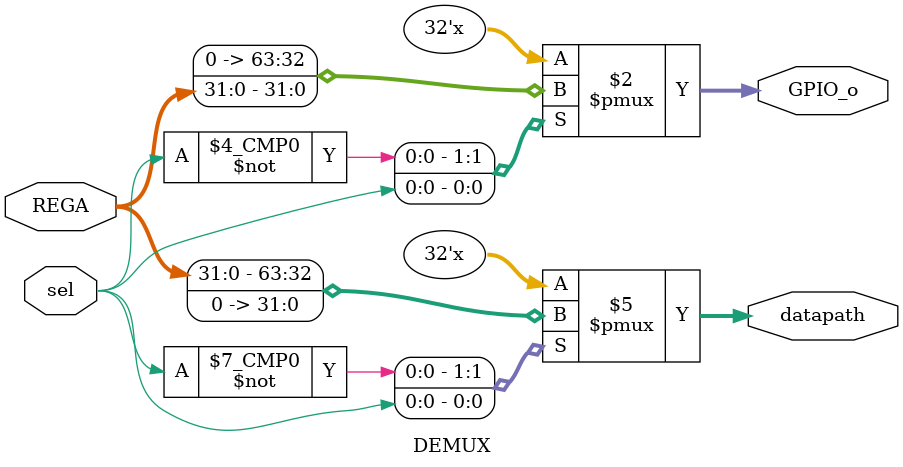
<source format=v>
module DEMUX #(parameter WIDTH = 32)(
input [WIDTH-1:0] REGA,
input sel,
output reg [WIDTH-1:0] GPIO_o, datapath
);

always @(*) begin
	case (sel)
	0: begin 
		datapath <= REGA;
		GPIO_o <= 32'b0;
		end
	1: begin
		datapath <= 32'b0;
		GPIO_o <= REGA;
		end
	endcase
end

endmodule 
</source>
